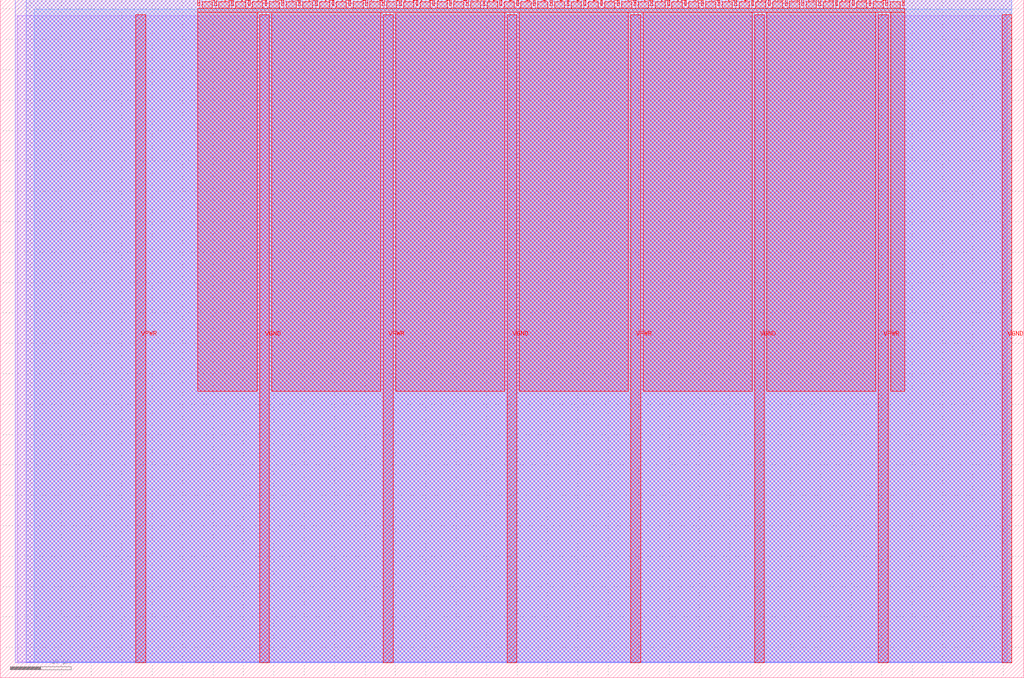
<source format=lef>
VERSION 5.7 ;
  NOWIREEXTENSIONATPIN ON ;
  DIVIDERCHAR "/" ;
  BUSBITCHARS "[]" ;
MACRO tt_um_nickjhay_processor
  CLASS BLOCK ;
  FOREIGN tt_um_nickjhay_processor ;
  ORIGIN 0.000 0.000 ;
  SIZE 168.360 BY 111.520 ;
  PIN VGND
    DIRECTION INOUT ;
    USE GROUND ;
    PORT
      LAYER met4 ;
        RECT 42.670 2.480 44.270 109.040 ;
    END
    PORT
      LAYER met4 ;
        RECT 83.380 2.480 84.980 109.040 ;
    END
    PORT
      LAYER met4 ;
        RECT 124.090 2.480 125.690 109.040 ;
    END
    PORT
      LAYER met4 ;
        RECT 164.800 2.480 166.400 109.040 ;
    END
  END VGND
  PIN VPWR
    DIRECTION INOUT ;
    USE POWER ;
    PORT
      LAYER met4 ;
        RECT 22.315 2.480 23.915 109.040 ;
    END
    PORT
      LAYER met4 ;
        RECT 63.025 2.480 64.625 109.040 ;
    END
    PORT
      LAYER met4 ;
        RECT 103.735 2.480 105.335 109.040 ;
    END
    PORT
      LAYER met4 ;
        RECT 144.445 2.480 146.045 109.040 ;
    END
  END VPWR
  PIN clk
    DIRECTION INPUT ;
    USE SIGNAL ;
    ANTENNAGATEAREA 0.852000 ;
    PORT
      LAYER met4 ;
        RECT 145.670 110.520 145.970 111.520 ;
    END
  END clk
  PIN ena
    DIRECTION INPUT ;
    USE SIGNAL ;
    ANTENNAGATEAREA 0.196500 ;
    PORT
      LAYER met4 ;
        RECT 148.430 110.520 148.730 111.520 ;
    END
  END ena
  PIN rst_n
    DIRECTION INPUT ;
    USE SIGNAL ;
    ANTENNAGATEAREA 0.196500 ;
    PORT
      LAYER met4 ;
        RECT 142.910 110.520 143.210 111.520 ;
    END
  END rst_n
  PIN ui_in[0]
    DIRECTION INPUT ;
    USE SIGNAL ;
    ANTENNAGATEAREA 0.196500 ;
    PORT
      LAYER met4 ;
        RECT 140.150 110.520 140.450 111.520 ;
    END
  END ui_in[0]
  PIN ui_in[1]
    DIRECTION INPUT ;
    USE SIGNAL ;
    ANTENNAGATEAREA 0.126000 ;
    PORT
      LAYER met4 ;
        RECT 137.390 110.520 137.690 111.520 ;
    END
  END ui_in[1]
  PIN ui_in[2]
    DIRECTION INPUT ;
    USE SIGNAL ;
    ANTENNAGATEAREA 0.213000 ;
    PORT
      LAYER met4 ;
        RECT 134.630 110.520 134.930 111.520 ;
    END
  END ui_in[2]
  PIN ui_in[3]
    DIRECTION INPUT ;
    USE SIGNAL ;
    ANTENNAGATEAREA 0.213000 ;
    PORT
      LAYER met4 ;
        RECT 131.870 110.520 132.170 111.520 ;
    END
  END ui_in[3]
  PIN ui_in[4]
    DIRECTION INPUT ;
    USE SIGNAL ;
    ANTENNAGATEAREA 0.213000 ;
    PORT
      LAYER met4 ;
        RECT 129.110 110.520 129.410 111.520 ;
    END
  END ui_in[4]
  PIN ui_in[5]
    DIRECTION INPUT ;
    USE SIGNAL ;
    ANTENNAGATEAREA 0.213000 ;
    PORT
      LAYER met4 ;
        RECT 126.350 110.520 126.650 111.520 ;
    END
  END ui_in[5]
  PIN ui_in[6]
    DIRECTION INPUT ;
    USE SIGNAL ;
    ANTENNAGATEAREA 0.213000 ;
    PORT
      LAYER met4 ;
        RECT 123.590 110.520 123.890 111.520 ;
    END
  END ui_in[6]
  PIN ui_in[7]
    DIRECTION INPUT ;
    USE SIGNAL ;
    ANTENNAGATEAREA 0.213000 ;
    PORT
      LAYER met4 ;
        RECT 120.830 110.520 121.130 111.520 ;
    END
  END ui_in[7]
  PIN uio_in[0]
    DIRECTION INPUT ;
    USE SIGNAL ;
    ANTENNAGATEAREA 0.213000 ;
    PORT
      LAYER met4 ;
        RECT 118.070 110.520 118.370 111.520 ;
    END
  END uio_in[0]
  PIN uio_in[1]
    DIRECTION INPUT ;
    USE SIGNAL ;
    ANTENNAGATEAREA 0.213000 ;
    PORT
      LAYER met4 ;
        RECT 115.310 110.520 115.610 111.520 ;
    END
  END uio_in[1]
  PIN uio_in[2]
    DIRECTION INPUT ;
    USE SIGNAL ;
    ANTENNAGATEAREA 0.196500 ;
    PORT
      LAYER met4 ;
        RECT 112.550 110.520 112.850 111.520 ;
    END
  END uio_in[2]
  PIN uio_in[3]
    DIRECTION INPUT ;
    USE SIGNAL ;
    PORT
      LAYER met4 ;
        RECT 109.790 110.520 110.090 111.520 ;
    END
  END uio_in[3]
  PIN uio_in[4]
    DIRECTION INPUT ;
    USE SIGNAL ;
    PORT
      LAYER met4 ;
        RECT 107.030 110.520 107.330 111.520 ;
    END
  END uio_in[4]
  PIN uio_in[5]
    DIRECTION INPUT ;
    USE SIGNAL ;
    PORT
      LAYER met4 ;
        RECT 104.270 110.520 104.570 111.520 ;
    END
  END uio_in[5]
  PIN uio_in[6]
    DIRECTION INPUT ;
    USE SIGNAL ;
    PORT
      LAYER met4 ;
        RECT 101.510 110.520 101.810 111.520 ;
    END
  END uio_in[6]
  PIN uio_in[7]
    DIRECTION INPUT ;
    USE SIGNAL ;
    PORT
      LAYER met4 ;
        RECT 98.750 110.520 99.050 111.520 ;
    END
  END uio_in[7]
  PIN uio_oe[0]
    DIRECTION OUTPUT TRISTATE ;
    USE SIGNAL ;
    PORT
      LAYER met4 ;
        RECT 51.830 110.520 52.130 111.520 ;
    END
  END uio_oe[0]
  PIN uio_oe[1]
    DIRECTION OUTPUT TRISTATE ;
    USE SIGNAL ;
    PORT
      LAYER met4 ;
        RECT 49.070 110.520 49.370 111.520 ;
    END
  END uio_oe[1]
  PIN uio_oe[2]
    DIRECTION OUTPUT TRISTATE ;
    USE SIGNAL ;
    PORT
      LAYER met4 ;
        RECT 46.310 110.520 46.610 111.520 ;
    END
  END uio_oe[2]
  PIN uio_oe[3]
    DIRECTION OUTPUT TRISTATE ;
    USE SIGNAL ;
    PORT
      LAYER met4 ;
        RECT 43.550 110.520 43.850 111.520 ;
    END
  END uio_oe[3]
  PIN uio_oe[4]
    DIRECTION OUTPUT TRISTATE ;
    USE SIGNAL ;
    PORT
      LAYER met4 ;
        RECT 40.790 110.520 41.090 111.520 ;
    END
  END uio_oe[4]
  PIN uio_oe[5]
    DIRECTION OUTPUT TRISTATE ;
    USE SIGNAL ;
    PORT
      LAYER met4 ;
        RECT 38.030 110.520 38.330 111.520 ;
    END
  END uio_oe[5]
  PIN uio_oe[6]
    DIRECTION OUTPUT TRISTATE ;
    USE SIGNAL ;
    PORT
      LAYER met4 ;
        RECT 35.270 110.520 35.570 111.520 ;
    END
  END uio_oe[6]
  PIN uio_oe[7]
    DIRECTION OUTPUT TRISTATE ;
    USE SIGNAL ;
    PORT
      LAYER met4 ;
        RECT 32.510 110.520 32.810 111.520 ;
    END
  END uio_oe[7]
  PIN uio_out[0]
    DIRECTION OUTPUT TRISTATE ;
    USE SIGNAL ;
    PORT
      LAYER met4 ;
        RECT 73.910 110.520 74.210 111.520 ;
    END
  END uio_out[0]
  PIN uio_out[1]
    DIRECTION OUTPUT TRISTATE ;
    USE SIGNAL ;
    PORT
      LAYER met4 ;
        RECT 71.150 110.520 71.450 111.520 ;
    END
  END uio_out[1]
  PIN uio_out[2]
    DIRECTION OUTPUT TRISTATE ;
    USE SIGNAL ;
    PORT
      LAYER met4 ;
        RECT 68.390 110.520 68.690 111.520 ;
    END
  END uio_out[2]
  PIN uio_out[3]
    DIRECTION OUTPUT TRISTATE ;
    USE SIGNAL ;
    PORT
      LAYER met4 ;
        RECT 65.630 110.520 65.930 111.520 ;
    END
  END uio_out[3]
  PIN uio_out[4]
    DIRECTION OUTPUT TRISTATE ;
    USE SIGNAL ;
    PORT
      LAYER met4 ;
        RECT 62.870 110.520 63.170 111.520 ;
    END
  END uio_out[4]
  PIN uio_out[5]
    DIRECTION OUTPUT TRISTATE ;
    USE SIGNAL ;
    PORT
      LAYER met4 ;
        RECT 60.110 110.520 60.410 111.520 ;
    END
  END uio_out[5]
  PIN uio_out[6]
    DIRECTION OUTPUT TRISTATE ;
    USE SIGNAL ;
    PORT
      LAYER met4 ;
        RECT 57.350 110.520 57.650 111.520 ;
    END
  END uio_out[6]
  PIN uio_out[7]
    DIRECTION OUTPUT TRISTATE ;
    USE SIGNAL ;
    PORT
      LAYER met4 ;
        RECT 54.590 110.520 54.890 111.520 ;
    END
  END uio_out[7]
  PIN uo_out[0]
    DIRECTION OUTPUT TRISTATE ;
    USE SIGNAL ;
    ANTENNADIFFAREA 0.445500 ;
    PORT
      LAYER met4 ;
        RECT 95.990 110.520 96.290 111.520 ;
    END
  END uo_out[0]
  PIN uo_out[1]
    DIRECTION OUTPUT TRISTATE ;
    USE SIGNAL ;
    ANTENNADIFFAREA 0.445500 ;
    PORT
      LAYER met4 ;
        RECT 93.230 110.520 93.530 111.520 ;
    END
  END uo_out[1]
  PIN uo_out[2]
    DIRECTION OUTPUT TRISTATE ;
    USE SIGNAL ;
    ANTENNADIFFAREA 0.891000 ;
    PORT
      LAYER met4 ;
        RECT 90.470 110.520 90.770 111.520 ;
    END
  END uo_out[2]
  PIN uo_out[3]
    DIRECTION OUTPUT TRISTATE ;
    USE SIGNAL ;
    ANTENNADIFFAREA 0.445500 ;
    PORT
      LAYER met4 ;
        RECT 87.710 110.520 88.010 111.520 ;
    END
  END uo_out[3]
  PIN uo_out[4]
    DIRECTION OUTPUT TRISTATE ;
    USE SIGNAL ;
    ANTENNADIFFAREA 0.445500 ;
    PORT
      LAYER met4 ;
        RECT 84.950 110.520 85.250 111.520 ;
    END
  END uo_out[4]
  PIN uo_out[5]
    DIRECTION OUTPUT TRISTATE ;
    USE SIGNAL ;
    ANTENNADIFFAREA 0.445500 ;
    PORT
      LAYER met4 ;
        RECT 82.190 110.520 82.490 111.520 ;
    END
  END uo_out[5]
  PIN uo_out[6]
    DIRECTION OUTPUT TRISTATE ;
    USE SIGNAL ;
    ANTENNADIFFAREA 0.445500 ;
    PORT
      LAYER met4 ;
        RECT 79.430 110.520 79.730 111.520 ;
    END
  END uo_out[6]
  PIN uo_out[7]
    DIRECTION OUTPUT TRISTATE ;
    USE SIGNAL ;
    ANTENNADIFFAREA 0.795200 ;
    PORT
      LAYER met4 ;
        RECT 76.670 110.520 76.970 111.520 ;
    END
  END uo_out[7]
  OBS
      LAYER li1 ;
        RECT 2.760 2.635 165.600 108.885 ;
      LAYER met1 ;
        RECT 2.460 2.480 166.400 111.480 ;
      LAYER met2 ;
        RECT 4.240 2.535 166.370 111.510 ;
      LAYER met3 ;
        RECT 5.585 2.555 166.390 109.985 ;
      LAYER met4 ;
        RECT 33.210 110.120 34.870 111.170 ;
        RECT 35.970 110.120 37.630 111.170 ;
        RECT 38.730 110.120 40.390 111.170 ;
        RECT 41.490 110.120 43.150 111.170 ;
        RECT 44.250 110.120 45.910 111.170 ;
        RECT 47.010 110.120 48.670 111.170 ;
        RECT 49.770 110.120 51.430 111.170 ;
        RECT 52.530 110.120 54.190 111.170 ;
        RECT 55.290 110.120 56.950 111.170 ;
        RECT 58.050 110.120 59.710 111.170 ;
        RECT 60.810 110.120 62.470 111.170 ;
        RECT 63.570 110.120 65.230 111.170 ;
        RECT 66.330 110.120 67.990 111.170 ;
        RECT 69.090 110.120 70.750 111.170 ;
        RECT 71.850 110.120 73.510 111.170 ;
        RECT 74.610 110.120 76.270 111.170 ;
        RECT 77.370 110.120 79.030 111.170 ;
        RECT 80.130 110.120 81.790 111.170 ;
        RECT 82.890 110.120 84.550 111.170 ;
        RECT 85.650 110.120 87.310 111.170 ;
        RECT 88.410 110.120 90.070 111.170 ;
        RECT 91.170 110.120 92.830 111.170 ;
        RECT 93.930 110.120 95.590 111.170 ;
        RECT 96.690 110.120 98.350 111.170 ;
        RECT 99.450 110.120 101.110 111.170 ;
        RECT 102.210 110.120 103.870 111.170 ;
        RECT 104.970 110.120 106.630 111.170 ;
        RECT 107.730 110.120 109.390 111.170 ;
        RECT 110.490 110.120 112.150 111.170 ;
        RECT 113.250 110.120 114.910 111.170 ;
        RECT 116.010 110.120 117.670 111.170 ;
        RECT 118.770 110.120 120.430 111.170 ;
        RECT 121.530 110.120 123.190 111.170 ;
        RECT 124.290 110.120 125.950 111.170 ;
        RECT 127.050 110.120 128.710 111.170 ;
        RECT 129.810 110.120 131.470 111.170 ;
        RECT 132.570 110.120 134.230 111.170 ;
        RECT 135.330 110.120 136.990 111.170 ;
        RECT 138.090 110.120 139.750 111.170 ;
        RECT 140.850 110.120 142.510 111.170 ;
        RECT 143.610 110.120 145.270 111.170 ;
        RECT 146.370 110.120 148.030 111.170 ;
        RECT 32.495 109.440 148.745 110.120 ;
        RECT 32.495 47.095 42.270 109.440 ;
        RECT 44.670 47.095 62.625 109.440 ;
        RECT 65.025 47.095 82.980 109.440 ;
        RECT 85.380 47.095 103.335 109.440 ;
        RECT 105.735 47.095 123.690 109.440 ;
        RECT 126.090 47.095 144.045 109.440 ;
        RECT 146.445 47.095 148.745 109.440 ;
  END
END tt_um_nickjhay_processor
END LIBRARY


</source>
